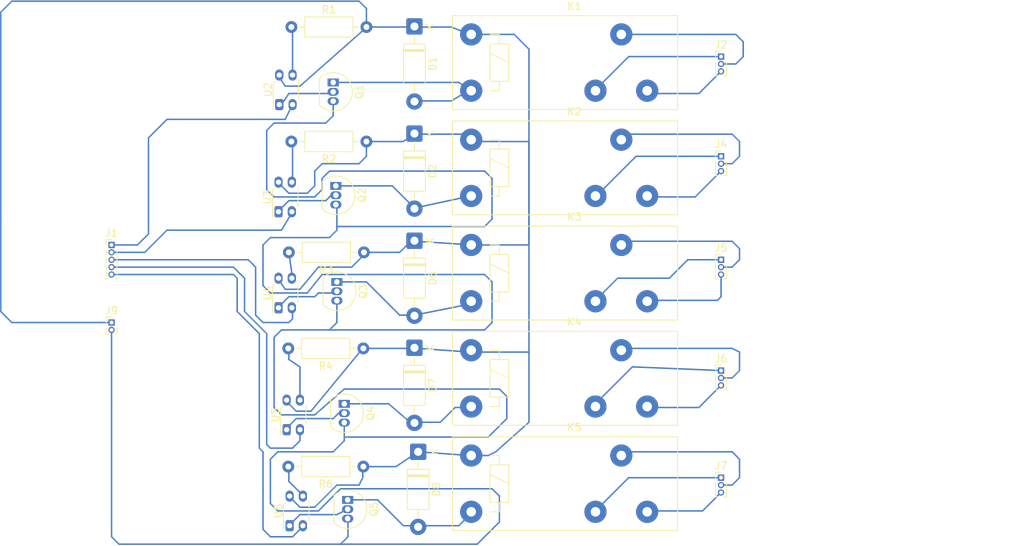
<source format=kicad_pcb>
(kicad_pcb (version 20241229) (generator "pcbnew") (generator_version "9.0")
  (layers (0 "F.Cu" signal) (2 "B.Cu" signal) (13 "F.Paste" user) (15 "B.Paste" user) (5 "F.SilkS" user "F.Silkscreen") (7 "B.SilkS" user "B.Silkscreen") (1 "F.Mask" user) (3 "B.Mask" user) (25 "Edge.Cuts" user))
  (net 0 "")
  (net 1 "VCC")
  (net 2 "Net-(D1-A)")
  (net 3 "Net-(D2-A)")
  (net 4 "Net-(D6-A)")
  (net 5 "Net-(D7-A)")
  (net 6 "Net-(D8-A)")
  (net 7 "Net-(J1-Pin_2)")
  (net 8 "Net-(J1-Pin_5)")
  (net 9 "Net-(J1-Pin_4)")
  (net 10 "Net-(J1-Pin_1)")
  (net 11 "Net-(J1-Pin_3)")
  (net 12 "Net-(J2-Pin_1)")
  (net 13 "Net-(J2-Pin_2)")
  (net 14 "Net-(J2-Pin_3)")
  (net 15 "Net-(J4-Pin_2)")
  (net 16 "Net-(J4-Pin_1)")
  (net 17 "Net-(J4-Pin_3)")
  (net 18 "Net-(J5-Pin_3)")
  (net 19 "Net-(J5-Pin_2)")
  (net 20 "Net-(J5-Pin_1)")
  (net 21 "Net-(J6-Pin_3)")
  (net 22 "Net-(J6-Pin_1)")
  (net 23 "Net-(J6-Pin_2)")
  (net 24 "Net-(J7-Pin_2)")
  (net 25 "Net-(J7-Pin_3)")
  (net 26 "Net-(J7-Pin_1)")
  (net 27 "GND")
  (net 28 "Net-(Q1-B)")
  (net 29 "Net-(Q2-B)")
  (net 30 "Net-(Q3-B)")
  (net 31 "Net-(Q4-B)")
  (net 32 "Net-(Q5-B)")
  (net 33 "Net-(U2-A)")
  (net 34 "Net-(U3-A)")
  (net 35 "Net-(U4-A)")
  (net 36 "Net-(U5-A)")
  (net 37 "Net-(U6-A)")
  (footprint "OptoDevice:Everlight_ITR8307F43" (layer "F.Cu") (at 91.6 84)
    (property "Reference" "U6" (at -1.5 -2 90) (layer "F.SilkS"))
    (property "Value" "GP2S700HCP")
    (pad "1" thru_hole roundrect (at 0 0) (size 1.1 1.5) (drill 0.7) (layers "*.Cu" "*.Mask") (roundrect_rratio 0.227) (net 32 "Net-(Q5-B)"))
    (pad "2" thru_hole oval (at 0 -4) (size 1.1 1.5) (drill 0.7) (layers "*.Cu" "*.Mask") (net 1 "VCC"))
    (pad "3" thru_hole oval (at 1.8 0) (size 1.1 1.5) (drill 0.7) (layers "*.Cu" "*.Mask") (net 8 "Net-(J1-Pin_5)"))
    (pad "4" thru_hole oval (at 1.8 -4) (size 1.1 1.5) (drill 0.7) (layers "*.Cu" "*.Mask") (net 37 "Net-(U6-A)"))
  )
  (footprint "Connector_PinHeader_1.00mm:PinHeader_1x02_P1.00mm_Vertical" (layer "F.Cu") (at 67.5 56.5)
    (property "Reference" "J9" (at 0 -1.61 0) (layer "F.SilkS"))
    (property "Value" "Conn_01x02_Pin")
    (pad "1" thru_hole rect (at 0 0) (size 0.85 0.85) (drill 0.5) (layers "*.Cu" "*.Mask") (net 1 "VCC"))
    (pad "2" thru_hole circle (at 0 1) (size 0.85 0.85) (drill 0.5) (layers "*.Cu" "*.Mask") (net 27 "GND"))
  )
  (footprint "Package_TO_SOT_THT:TO-92_Inline" (layer "F.Cu") (at 97.86 38 -90)
    (property "Reference" "Q2" (at 1.27 -3.56 90) (layer "F.SilkS"))
    (property "Value" "BC547")
    (pad "1" thru_hole rect (at 0 0 270) (size 1.05 1.5) (drill 0.75) (layers "*.Cu" "*.Mask") (net 5 "Net-(D7-A)"))
    (pad "2" thru_hole oval (at 1.27 0 270) (size 1.05 1.5) (drill 0.75) (layers "*.Cu" "*.Mask") (net 29 "Net-(Q2-B)"))
    (pad "3" thru_hole oval (at 2.54 0 270) (size 1.05 1.5) (drill 0.75) (layers "*.Cu" "*.Mask") (net 27 "GND"))
  )
  (footprint "Resistor_THT:R_Axial_DIN0207_L6.3mm_D2.5mm_P10.16mm_Horizontal" (layer "F.Cu") (at 101.58 76 180)
    (property "Reference" "R6" (at 5.08 -2.37 0) (layer "F.SilkS"))
    (property "Value" "R_Small_US")
    (pad "1" thru_hole circle (at 0 0 180) (size 1.6 1.6) (drill 0.8) (layers "*.Cu" "*.Mask") (net 1 "VCC"))
    (pad "2" thru_hole circle (at 10.16 0 180) (size 1.6 1.6) (drill 0.8) (layers "*.Cu" "*.Mask") (net 37 "Net-(U6-A)"))
  )
  (footprint "Relay_THT:Relay_SPDT_Schrack-RP-II-1-FormC_RM3.5mm" (layer "F.Cu") (at 116.18 31.75)
    (property "Reference" "K2" (at 13.97 -3.81 0) (layer "F.SilkS"))
    (property "Value" "Fujitsu_FTR-LYCA005x")
    (pad "11" thru_hole circle (at 20.32 0) (size 3 3) (drill 1.3) (layers "*.Cu" "*.Mask") (net 15 "Net-(J4-Pin_2)"))
    (pad "12" thru_hole circle (at 16.82 7.62) (size 3 3) (drill 1.3) (layers "*.Cu" "*.Mask") (net 16 "Net-(J4-Pin_1)"))
    (pad "14" thru_hole circle (at 23.82 7.62) (size 3 3) (drill 1.3) (layers "*.Cu" "*.Mask") (net 17 "Net-(J4-Pin_3)"))
    (pad "A1" thru_hole circle (at 0 0) (size 3 3) (drill 1.3) (layers "*.Cu" "*.Mask") (net 1 "VCC"))
    (pad "A2" thru_hole circle (at 0 7.62) (size 3 3) (drill 1.3) (layers "*.Cu" "*.Mask") (net 5 "Net-(D7-A)"))
  )
  (footprint "Connector_PinHeader_1.00mm:PinHeader_1x03_P1.00mm_Vertical" (layer "F.Cu") (at 150 34)
    (property "Reference" "J4" (at 0 -1.61 0) (layer "F.SilkS"))
    (property "Value" "Conn_01x03_Pin")
    (pad "1" thru_hole rect (at 0 0) (size 0.85 0.85) (drill 0.5) (layers "*.Cu" "*.Mask") (net 16 "Net-(J4-Pin_1)"))
    (pad "2" thru_hole circle (at 0 1) (size 0.85 0.85) (drill 0.5) (layers "*.Cu" "*.Mask") (net 15 "Net-(J4-Pin_2)"))
    (pad "3" thru_hole circle (at 0 2) (size 0.85 0.85) (drill 0.5) (layers "*.Cu" "*.Mask") (net 17 "Net-(J4-Pin_3)"))
  )
  (footprint "Diode_THT:D_DO-41_SOD81_P10.16mm_Horizontal" (layer "F.Cu") (at 109 74 -90)
    (property "Reference" "D8" (at 5.08 -2.47 90) (layer "F.SilkS"))
    (property "Value" "1N4001")
    (fp_text user "K" (at 0 -2.1 90) (layer "F.SilkS"))
    (pad "1" thru_hole roundrect (at 0 0 270) (size 2.2 2.2) (drill 1.1) (layers "*.Cu" "*.Mask") (roundrect_rratio 0.113636) (net 1 "VCC"))
    (pad "2" thru_hole circle (at 10.16 0 270) (size 2.2 2.2) (drill 1.1) (layers "*.Cu" "*.Mask") (net 6 "Net-(D8-A)"))
  )
  (footprint "Connector_PinHeader_1.00mm:PinHeader_1x03_P1.00mm_Vertical" (layer "F.Cu") (at 150 77.5)
    (property "Reference" "J7" (at 0 -1.61 0) (layer "F.SilkS"))
    (property "Value" "Conn_01x03_Pin")
    (pad "1" thru_hole rect (at 0 0) (size 0.85 0.85) (drill 0.5) (layers "*.Cu" "*.Mask") (net 26 "Net-(J7-Pin_1)"))
    (pad "2" thru_hole circle (at 0 1) (size 0.85 0.85) (drill 0.5) (layers "*.Cu" "*.Mask") (net 24 "Net-(J7-Pin_2)"))
    (pad "3" thru_hole circle (at 0 2) (size 0.85 0.85) (drill 0.5) (layers "*.Cu" "*.Mask") (net 25 "Net-(J7-Pin_3)"))
  )
  (footprint "OptoDevice:Everlight_ITR8307F43" (layer "F.Cu") (at 91.2 71)
    (property "Reference" "U5" (at -1.5 -2 90) (layer "F.SilkS"))
    (property "Value" "GP2S700HCP")
    (pad "1" thru_hole roundrect (at 0 0) (size 1.1 1.5) (drill 0.7) (layers "*.Cu" "*.Mask") (roundrect_rratio 0.227) (net 31 "Net-(Q4-B)"))
    (pad "2" thru_hole oval (at 0 -4) (size 1.1 1.5) (drill 0.7) (layers "*.Cu" "*.Mask") (net 1 "VCC"))
    (pad "3" thru_hole oval (at 1.8 0) (size 1.1 1.5) (drill 0.7) (layers "*.Cu" "*.Mask") (net 9 "Net-(J1-Pin_4)"))
    (pad "4" thru_hole oval (at 1.8 -4) (size 1.1 1.5) (drill 0.7) (layers "*.Cu" "*.Mask") (net 36 "Net-(U5-A)"))
  )
  (footprint "Package_TO_SOT_THT:TO-92_Inline" (layer "F.Cu") (at 97.5 24 -90)
    (property "Reference" "Q1" (at 1.27 -3.56 90) (layer "F.SilkS"))
    (property "Value" "BC547")
    (pad "1" thru_hole rect (at 0 0 270) (size 1.05 1.5) (drill 0.75) (layers "*.Cu" "*.Mask") (net 6 "Net-(D8-A)"))
    (pad "2" thru_hole oval (at 1.27 0 270) (size 1.05 1.5) (drill 0.75) (layers "*.Cu" "*.Mask") (net 28 "Net-(Q1-B)"))
    (pad "3" thru_hole oval (at 2.54 0 270) (size 1.05 1.5) (drill 0.75) (layers "*.Cu" "*.Mask") (net 27 "GND"))
  )
  (footprint "Resistor_THT:R_Axial_DIN0207_L6.3mm_D2.5mm_P10.16mm_Horizontal" (layer "F.Cu") (at 101.66 47 180)
    (property "Reference" "R3" (at 5.08 -2.37 0) (layer "F.SilkS"))
    (property "Value" "R_Small_US")
    (pad "1" thru_hole circle (at 0 0 180) (size 1.6 1.6) (drill 0.8) (layers "*.Cu" "*.Mask") (net 1 "VCC"))
    (pad "2" thru_hole circle (at 10.16 0 180) (size 1.6 1.6) (drill 0.8) (layers "*.Cu" "*.Mask") (net 35 "Net-(U4-A)"))
  )
  (footprint "Resistor_THT:R_Axial_DIN0207_L6.3mm_D2.5mm_P10.16mm_Horizontal" (layer "F.Cu") (at 101.58 60 180)
    (property "Reference" "R4" (at 5.08 -2.37 0) (layer "F.SilkS"))
    (property "Value" "R_Small_US")
    (pad "1" thru_hole circle (at 0 0 180) (size 1.6 1.6) (drill 0.8) (layers "*.Cu" "*.Mask") (net 1 "VCC"))
    (pad "2" thru_hole circle (at 10.16 0 180) (size 1.6 1.6) (drill 0.8) (layers "*.Cu" "*.Mask") (net 36 "Net-(U5-A)"))
  )
  (footprint "Relay_THT:Relay_SPDT_Schrack-RP-II-1-FormC_RM3.5mm" (layer "F.Cu") (at 116.18 46)
    (property "Reference" "K3" (at 13.97 -3.81 0) (layer "F.SilkS"))
    (property "Value" "Fujitsu_FTR-LYCA005x")
    (pad "11" thru_hole circle (at 20.32 0) (size 3 3) (drill 1.3) (layers "*.Cu" "*.Mask") (net 19 "Net-(J5-Pin_2)"))
    (pad "12" thru_hole circle (at 16.82 7.62) (size 3 3) (drill 1.3) (layers "*.Cu" "*.Mask") (net 20 "Net-(J5-Pin_1)"))
    (pad "14" thru_hole circle (at 23.82 7.62) (size 3 3) (drill 1.3) (layers "*.Cu" "*.Mask") (net 18 "Net-(J5-Pin_3)"))
    (pad "A1" thru_hole circle (at 0 0) (size 3 3) (drill 1.3) (layers "*.Cu" "*.Mask") (net 1 "VCC"))
    (pad "A2" thru_hole circle (at 0 7.62) (size 3 3) (drill 1.3) (layers "*.Cu" "*.Mask") (net 4 "Net-(D6-A)"))
  )
  (footprint "Resistor_THT:R_Axial_DIN0207_L6.3mm_D2.5mm_P10.16mm_Horizontal" (layer "F.Cu") (at 102 32 180)
    (property "Reference" "R2" (at 5.08 -2.37 0) (layer "F.SilkS"))
    (property "Value" "R_Small_US")
    (pad "1" thru_hole circle (at 0 0 180) (size 1.6 1.6) (drill 0.8) (layers "*.Cu" "*.Mask") (net 1 "VCC"))
    (pad "2" thru_hole circle (at 10.16 0 180) (size 1.6 1.6) (drill 0.8) (layers "*.Cu" "*.Mask") (net 34 "Net-(U3-A)"))
  )
  (footprint "Relay_THT:Relay_SPDT_Schrack-RP-II-1-FormC_RM3.5mm" (layer "F.Cu") (at 116.18 17.5)
    (property "Reference" "K1" (at 13.97 -3.81 0) (layer "F.SilkS"))
    (property "Value" "Fujitsu_FTR-LYCA005x")
    (pad "11" thru_hole circle (at 20.32 0) (size 3 3) (drill 1.3) (layers "*.Cu" "*.Mask") (net 13 "Net-(J2-Pin_2)"))
    (pad "12" thru_hole circle (at 16.82 7.62) (size 3 3) (drill 1.3) (layers "*.Cu" "*.Mask") (net 12 "Net-(J2-Pin_1)"))
    (pad "14" thru_hole circle (at 23.82 7.62) (size 3 3) (drill 1.3) (layers "*.Cu" "*.Mask") (net 14 "Net-(J2-Pin_3)"))
    (pad "A1" thru_hole circle (at 0 0) (size 3 3) (drill 1.3) (layers "*.Cu" "*.Mask") (net 1 "VCC"))
    (pad "A2" thru_hole circle (at 0 7.62) (size 3 3) (drill 1.3) (layers "*.Cu" "*.Mask") (net 6 "Net-(D8-A)"))
  )
  (footprint "Relay_THT:Relay_SPDT_Schrack-RP-II-1-FormC_RM3.5mm" (layer "F.Cu") (at 116.18 74.5)
    (property "Reference" "K5" (at 13.97 -3.81 0) (layer "F.SilkS"))
    (property "Value" "Fujitsu_FTR-LYCA005x")
    (pad "11" thru_hole circle (at 20.32 0) (size 3 3) (drill 1.3) (layers "*.Cu" "*.Mask") (net 24 "Net-(J7-Pin_2)"))
    (pad "12" thru_hole circle (at 16.82 7.62) (size 3 3) (drill 1.3) (layers "*.Cu" "*.Mask") (net 26 "Net-(J7-Pin_1)"))
    (pad "14" thru_hole circle (at 23.82 7.62) (size 3 3) (drill 1.3) (layers "*.Cu" "*.Mask") (net 25 "Net-(J7-Pin_3)"))
    (pad "A1" thru_hole circle (at 0 0) (size 3 3) (drill 1.3) (layers "*.Cu" "*.Mask") (net 1 "VCC"))
    (pad "A2" thru_hole circle (at 0 7.62) (size 3 3) (drill 1.3) (layers "*.Cu" "*.Mask") (net 2 "Net-(D1-A)"))
  )
  (footprint "Resistor_THT:R_Axial_DIN0207_L6.3mm_D2.5mm_P10.16mm_Horizontal" (layer "F.Cu") (at 91.84 16.5)
    (property "Reference" "R1" (at 5.08 -2.37 0) (layer "F.SilkS"))
    (property "Value" "R_Small_US")
    (pad "1" thru_hole circle (at 0 0) (size 1.6 1.6) (drill 0.8) (layers "*.Cu" "*.Mask") (net 33 "Net-(U2-A)"))
    (pad "2" thru_hole circle (at 10.16 0) (size 1.6 1.6) (drill 0.8) (layers "*.Cu" "*.Mask") (net 1 "VCC"))
  )
  (footprint "Package_TO_SOT_THT:TO-92_Inline" (layer "F.Cu") (at 98 51 -90)
    (property "Reference" "Q3" (at 1.27 -3.56 90) (layer "F.SilkS"))
    (property "Value" "BC547")
    (pad "1" thru_hole rect (at 0 0 270) (size 1.05 1.5) (drill 0.75) (layers "*.Cu" "*.Mask") (net 4 "Net-(D6-A)"))
    (pad "2" thru_hole oval (at 1.27 0 270) (size 1.05 1.5) (drill 0.75) (layers "*.Cu" "*.Mask") (net 30 "Net-(Q3-B)"))
    (pad "3" thru_hole oval (at 2.54 0 270) (size 1.05 1.5) (drill 0.75) (layers "*.Cu" "*.Mask") (net 27 "GND"))
  )
  (footprint "Connector_PinHeader_1.00mm:PinHeader_1x05_P1.00mm_Vertical" (layer "F.Cu") (at 67.5 46)
    (property "Reference" "J1" (at 0 -1.61 0) (layer "F.SilkS"))
    (property "Value" "Conn_01x05_Pin")
    (pad "1" thru_hole rect (at 0 0) (size 0.85 0.85) (drill 0.5) (layers "*.Cu" "*.Mask") (net 10 "Net-(J1-Pin_1)"))
    (pad "2" thru_hole circle (at 0 1) (size 0.85 0.85) (drill 0.5) (layers "*.Cu" "*.Mask") (net 7 "Net-(J1-Pin_2)"))
    (pad "3" thru_hole circle (at 0 2) (size 0.85 0.85) (drill 0.5) (layers "*.Cu" "*.Mask") (net 11 "Net-(J1-Pin_3)"))
    (pad "4" thru_hole circle (at 0 3) (size 0.85 0.85) (drill 0.5) (layers "*.Cu" "*.Mask") (net 9 "Net-(J1-Pin_4)"))
    (pad "5" thru_hole circle (at 0 4) (size 0.85 0.85) (drill 0.5) (layers "*.Cu" "*.Mask") (net 8 "Net-(J1-Pin_5)"))
  )
  (footprint "Diode_THT:D_DO-41_SOD81_P10.16mm_Horizontal" (layer "F.Cu") (at 108.5 59.92 -90)
    (property "Reference" "D7" (at 5.08 -2.47 90) (layer "F.SilkS"))
    (property "Value" "1N4001")
    (fp_text user "K" (at 0 -2.1 90) (layer "F.SilkS"))
    (pad "1" thru_hole roundrect (at 0 0 270) (size 2.2 2.2) (drill 1.1) (layers "*.Cu" "*.Mask") (roundrect_rratio 0.113636) (net 1 "VCC"))
    (pad "2" thru_hole circle (at 10.16 0 270) (size 2.2 2.2) (drill 1.1) (layers "*.Cu" "*.Mask") (net 5 "Net-(D7-A)"))
  )
  (footprint "Package_TO_SOT_THT:TO-92_Inline" (layer "F.Cu") (at 99.46 80.5 -90)
    (property "Reference" "Q5" (at 1.27 -3.56 90) (layer "F.SilkS"))
    (property "Value" "BC547")
    (pad "1" thru_hole rect (at 0 0 270) (size 1.05 1.5) (drill 0.75) (layers "*.Cu" "*.Mask") (net 2 "Net-(D1-A)"))
    (pad "2" thru_hole oval (at 1.27 0 270) (size 1.05 1.5) (drill 0.75) (layers "*.Cu" "*.Mask") (net 32 "Net-(Q5-B)"))
    (pad "3" thru_hole oval (at 2.54 0 270) (size 1.05 1.5) (drill 0.75) (layers "*.Cu" "*.Mask") (net 27 "GND"))
  )
  (footprint "Connector_PinHeader_1.00mm:PinHeader_1x03_P1.00mm_Vertical" (layer "F.Cu") (at 150 20.5)
    (property "Reference" "J2" (at 0 -1.61 0) (layer "F.SilkS"))
    (property "Value" "Conn_01x03_Pin")
    (pad "1" thru_hole rect (at 0 0) (size 0.85 0.85) (drill 0.5) (layers "*.Cu" "*.Mask") (net 12 "Net-(J2-Pin_1)"))
    (pad "2" thru_hole circle (at 0 1) (size 0.85 0.85) (drill 0.5) (layers "*.Cu" "*.Mask") (net 13 "Net-(J2-Pin_2)"))
    (pad "3" thru_hole circle (at 0 2) (size 0.85 0.85) (drill 0.5) (layers "*.Cu" "*.Mask") (net 14 "Net-(J2-Pin_3)"))
  )
  (footprint "Package_TO_SOT_THT:TO-92_Inline" (layer "F.Cu") (at 99 67.5 -90)
    (property "Reference" "Q4" (at 1.27 -3.56 90) (layer "F.SilkS"))
    (property "Value" "BC547")
    (pad "1" thru_hole rect (at 0 0 270) (size 1.05 1.5) (drill 0.75) (layers "*.Cu" "*.Mask") (net 3 "Net-(D2-A)"))
    (pad "2" thru_hole oval (at 1.27 0 270) (size 1.05 1.5) (drill 0.75) (layers "*.Cu" "*.Mask") (net 31 "Net-(Q4-B)"))
    (pad "3" thru_hole oval (at 2.54 0 270) (size 1.05 1.5) (drill 0.75) (layers "*.Cu" "*.Mask") (net 27 "GND"))
  )
  (footprint "Relay_THT:Relay_SPDT_Schrack-RP-II-1-FormC_RM3.5mm" (layer "F.Cu") (at 116.18 60.25)
    (property "Reference" "K4" (at 13.97 -3.81 0) (layer "F.SilkS"))
    (property "Value" "Fujitsu_FTR-LYCA005x")
    (pad "11" thru_hole circle (at 20.32 0) (size 3 3) (drill 1.3) (layers "*.Cu" "*.Mask") (net 23 "Net-(J6-Pin_2)"))
    (pad "12" thru_hole circle (at 16.82 7.62) (size 3 3) (drill 1.3) (layers "*.Cu" "*.Mask") (net 22 "Net-(J6-Pin_1)"))
    (pad "14" thru_hole circle (at 23.82 7.62) (size 3 3) (drill 1.3) (layers "*.Cu" "*.Mask") (net 21 "Net-(J6-Pin_3)"))
    (pad "A1" thru_hole circle (at 0 0) (size 3 3) (drill 1.3) (layers "*.Cu" "*.Mask") (net 1 "VCC"))
    (pad "A2" thru_hole circle (at 0 7.62) (size 3 3) (drill 1.3) (layers "*.Cu" "*.Mask") (net 3 "Net-(D2-A)"))
  )
  (footprint "OptoDevice:Everlight_ITR8307F43" (layer "F.Cu") (at 90.2 27)
    (property "Reference" "U2" (at -1.5 -2 90) (layer "F.SilkS"))
    (property "Value" "GP2S700HCP")
    (pad "1" thru_hole roundrect (at 0 0) (size 1.1 1.5) (drill 0.7) (layers "*.Cu" "*.Mask") (roundrect_rratio 0.227) (net 28 "Net-(Q1-B)"))
    (pad "2" thru_hole oval (at 0 -4) (size 1.1 1.5) (drill 0.7) (layers "*.Cu" "*.Mask") (net 1 "VCC"))
    (pad "3" thru_hole oval (at 1.8 0) (size 1.1 1.5) (drill 0.7) (layers "*.Cu" "*.Mask") (net 10 "Net-(J1-Pin_1)"))
    (pad "4" thru_hole oval (at 1.8 -4) (size 1.1 1.5) (drill 0.7) (layers "*.Cu" "*.Mask") (net 33 "Net-(U2-A)"))
  )
  (footprint "OptoDevice:Everlight_ITR8307F43" (layer "F.Cu") (at 90.1 41.5)
    (property "Reference" "U3" (at -1.5 -2 90) (layer "F.SilkS"))
    (property "Value" "GP2S700HCP")
    (pad "1" thru_hole roundrect (at 0 0) (size 1.1 1.5) (drill 0.7) (layers "*.Cu" "*.Mask") (roundrect_rratio 0.227) (net 29 "Net-(Q2-B)"))
    (pad "2" thru_hole oval (at 0 -4) (size 1.1 1.5) (drill 0.7) (layers "*.Cu" "*.Mask") (net 1 "VCC"))
    (pad "3" thru_hole oval (at 1.8 0) (size 1.1 1.5) (drill 0.7) (layers "*.Cu" "*.Mask") (net 7 "Net-(J1-Pin_2)"))
    (pad "4" thru_hole oval (at 1.8 -4) (size 1.1 1.5) (drill 0.7) (layers "*.Cu" "*.Mask") (net 34 "Net-(U3-A)"))
  )
  (footprint "Diode_THT:D_DO-41_SOD81_P10.16mm_Horizontal" (layer "F.Cu") (at 108.5 30.92 -90)
    (property "Reference" "D2" (at 5.08 -2.47 90) (layer "F.SilkS"))
    (property "Value" "1N4001")
    (fp_text user "K" (at 0 -2.1 90) (layer "F.SilkS"))
    (pad "1" thru_hole roundrect (at 0 0 270) (size 2.2 2.2) (drill 1.1) (layers "*.Cu" "*.Mask") (roundrect_rratio 0.113636) (net 1 "VCC"))
    (pad "2" thru_hole circle (at 10.16 0 270) (size 2.2 2.2) (drill 1.1) (layers "*.Cu" "*.Mask") (net 3 "Net-(D2-A)"))
  )
  (footprint "Connector_PinHeader_1.00mm:PinHeader_1x03_P1.00mm_Vertical" (layer "F.Cu") (at 150 48)
    (property "Reference" "J5" (at 0 -1.61 0) (layer "F.SilkS"))
    (property "Value" "Conn_01x03_Pin")
    (pad "1" thru_hole rect (at 0 0) (size 0.85 0.85) (drill 0.5) (layers "*.Cu" "*.Mask") (net 20 "Net-(J5-Pin_1)"))
    (pad "2" thru_hole circle (at 0 1) (size 0.85 0.85) (drill 0.5) (layers "*.Cu" "*.Mask") (net 19 "Net-(J5-Pin_2)"))
    (pad "3" thru_hole circle (at 0 2) (size 0.85 0.85) (drill 0.5) (layers "*.Cu" "*.Mask") (net 18 "Net-(J5-Pin_3)"))
  )
  (footprint "Diode_THT:D_DO-41_SOD81_P10.16mm_Horizontal" (layer "F.Cu") (at 108.5 45.42 -90)
    (property "Reference" "D6" (at 5.08 -2.47 90) (layer "F.SilkS"))
    (property "Value" "1N4001")
    (fp_text user "K" (at 0 -2.1 90) (layer "F.SilkS"))
    (pad "1" thru_hole roundrect (at 0 0 270) (size 2.2 2.2) (drill 1.1) (layers "*.Cu" "*.Mask") (roundrect_rratio 0.113636) (net 1 "VCC"))
    (pad "2" thru_hole circle (at 10.16 0 270) (size 2.2 2.2) (drill 1.1) (layers "*.Cu" "*.Mask") (net 4 "Net-(D6-A)"))
  )
  (footprint "Connector_PinHeader_1.00mm:PinHeader_1x03_P1.00mm_Vertical" (layer "F.Cu") (at 150 63)
    (property "Reference" "J6" (at 0 -1.61 0) (layer "F.SilkS"))
    (property "Value" "Conn_01x03_Pin")
    (pad "1" thru_hole rect (at 0 0) (size 0.85 0.85) (drill 0.5) (layers "*.Cu" "*.Mask") (net 22 "Net-(J6-Pin_1)"))
    (pad "2" thru_hole circle (at 0 1) (size 0.85 0.85) (drill 0.5) (layers "*.Cu" "*.Mask") (net 23 "Net-(J6-Pin_2)"))
    (pad "3" thru_hole circle (at 0 2) (size 0.85 0.85) (drill 0.5) (layers "*.Cu" "*.Mask") (net 21 "Net-(J6-Pin_3)"))
  )
  (footprint "Diode_THT:D_DO-41_SOD81_P10.16mm_Horizontal" (layer "F.Cu") (at 108.5 16.42 -90)
    (property "Reference" "D1" (at 5.08 -2.47 90) (layer "F.SilkS"))
    (property "Value" "1N4001")
    (fp_text user "K" (at 0 -2.1 90) (layer "F.SilkS"))
    (pad "1" thru_hole roundrect (at 0 0 270) (size 2.2 2.2) (drill 1.1) (layers "*.Cu" "*.Mask") (roundrect_rratio 0.113636) (net 1 "VCC"))
    (pad "2" thru_hole circle (at 10.16 0 270) (size 2.2 2.2) (drill 1.1) (layers "*.Cu" "*.Mask") (net 2 "Net-(D1-A)"))
  )
  (footprint "OptoDevice:Everlight_ITR8307F43" (layer "F.Cu") (at 90.1 54.5)
    (property "Reference" "U4" (at -1.5 -2 90) (layer "F.SilkS"))
    (property "Value" "GP2S700HCP")
    (pad "1" thru_hole roundrect (at 0 0) (size 1.1 1.5) (drill 0.7) (layers "*.Cu" "*.Mask") (roundrect_rratio 0.227) (net 30 "Net-(Q3-B)"))
    (pad "2" thru_hole oval (at 0 -4) (size 1.1 1.5) (drill 0.7) (layers "*.Cu" "*.Mask") (net 1 "VCC"))
    (pad "3" thru_hole oval (at 1.8 0) (size 1.1 1.5) (drill 0.7) (layers "*.Cu" "*.Mask") (net 11 "Net-(J1-Pin_3)"))
    (pad "4" thru_hole oval (at 1.8 -4) (size 1.1 1.5) (drill 0.7) (layers "*.Cu" "*.Mask") (net 35 "Net-(U4-A)"))
  )
  (gr_line (start 120 80) (end 119 79) (stroke (width 0.2)) (layer "B.Cu") (net 27))
  (gr_line (start 101.5 77.5) (end 101.5 76) (stroke (width 0.2)) (layer "B.Cu") (net 1))
  (gr_line (start 95 81.5) (end 98 78.5) (stroke (width 0.2)) (layer "B.Cu") (net 1))
  (gr_line (start 92 82) (end 95.5 82) (stroke (width 0.2)) (layer "B.Cu") (net 27))
  (gr_line (start 119 42.5) (end 119 37) (stroke (width 0.2)) (layer "B.Cu") (net 27))
  (gr_line (start 52.5 14.5) (end 52.5 42.5) (stroke (width 0.2)) (layer "B.Cu") (net 1))
  (gr_line (start 124 19.5) (end 122 17.5) (stroke (width 0.2)) (layer "B.Cu") (net 1))
  (gr_line (start 88 51.5) (end 88 46) (stroke (width 0.2)) (layer "B.Cu") (net 27))
  (gr_line (start 153 20.5) (end 153 18.5) (stroke (width 0.2)) (layer "B.Cu") (net 13))
  (gr_line (start 67.5 49) (end 84 49) (stroke (width 0.2)) (layer "B.Cu") (net 9))
  (gr_line (start 119 56.5) (end 119 51) (stroke (width 0.2)) (layer "B.Cu") (net 27))
  (gr_line (start 116 60.5) (end 124 60.5) (stroke (width 0.2)) (layer "B.Cu") (net 1))
  (gr_line (start 152.5 32) (end 151.5 31) (stroke (width 0.2)) (layer "B.Cu") (net 15))
  (gr_line (start 102.5 32) (end 107 32) (stroke (width 0.2)) (layer "B.Cu") (net 1))
  (gr_line (start 113.5 72) (end 118.5 72) (stroke (width 0.2)) (layer "B.Cu") (net 27))
  (gr_line (start 90 54.5) (end 91.5 53) (stroke (width 0.2)) (layer "B.Cu") (net 30))
  (gr_line (start 102 51) (end 106.5 55.5) (stroke (width 0.2)) (layer "B.Cu") (net 4))
  (gr_line (start 105.5 38) (end 98 38) (stroke (width 0.2)) (layer "B.Cu"))
  (gr_line (start 101 78.5) (end 101.5 77.5) (stroke (width 0.2)) (layer "B.Cu") (net 1))
  (gr_line (start 94.5 68.5) (end 101.5 60) (stroke (width 0.2)) (layer "B.Cu") (net 1))
  (gr_line (start 150 50) (end 150 53) (stroke (width 0.2)) (layer "B.Cu") (net 18))
  (gr_line (start 116.5 46) (end 124 46) (stroke (width 0.2)) (layer "B.Cu") (net 1))
  (gr_line (start 95.5 52.5) (end 98 52.5) (stroke (width 0.2)) (layer "B.Cu") (net 30))
  (gr_line (start 150 78.5) (end 151.5 78.5) (stroke (width 0.2)) (layer "B.Cu") (net 24))
  (gr_line (start 96 50) (end 94 52.5) (stroke (width 0.2)) (layer "B.Cu") (net 27))
  (gr_line (start 90 82) (end 92 82) (stroke (width 0.2)) (layer "B.Cu") (net 27))
  (gr_line (start 90 50.5) (end 91 52) (stroke (width 0.2)) (layer "B.Cu") (net 1))
  (gr_line (start 150 64) (end 151.5 64) (stroke (width 0.2)) (layer "B.Cu") (net 23))
  (gr_line (start 137.5 20.5) (end 150 20.5) (stroke (width 0.2)) (layer "B.Cu") (net 12))
  (gr_line (start 67.5 56.5) (end 57 56.5) (stroke (width 0.2)) (layer "B.Cu") (net 1))
  (gr_line (start 91.5 84) (end 93 82.5) (stroke (width 0.2)) (layer "B.Cu") (net 32))
  (gr_line (start 54 13) (end 52.5 14.5) (stroke (width 0.2)) (layer "B.Cu") (net 1))
  (gr_line (start 90.5 27) (end 91.5 25.5) (stroke (width 0.2)) (layer "B.Cu") (net 28))
  (gr_line (start 117 86.5) (end 120 83.5) (stroke (width 0.2)) (layer "B.Cu") (net 27))
  (gr_line (start 113.5 26.5) (end 116 25) (stroke (width 0.2)) (layer "B.Cu"))
  (gr_line (start 89.5 68) (end 89.5 58.5) (stroke (width 0.2)) (layer "B.Cu") (net 27))
  (gr_line (start 99 72) (end 113.5 72) (stroke (width 0.2)) (layer "B.Cu") (net 27))
  (gr_line (start 93 24.5) (end 101.5 17) (stroke (width 0.2)) (layer "B.Cu") (net 1))
  (gr_line (start 151.5 78.5) (end 152.5 77.5) (stroke (width 0.2)) (layer "B.Cu") (net 24))
  (gr_line (start 116 25) (end 114.5 24) (stroke (width 0.2)) (layer "B.Cu"))
  (gr_line (start 124 70) (end 119.5 74) (stroke (width 0.2)) (layer "B.Cu") (net 1))
  (gr_line (start 151.5 74) (end 136.5 74) (stroke (width 0.2)) (layer "B.Cu") (net 24))
  (gr_line (start 91.5 56.5) (end 88 56.5) (stroke (width 0.2)) (layer "B.Cu") (net 11))
  (gr_line (start 75 44) (end 90.5 44) (stroke (width 0.2)) (layer "B.Cu") (net 7))
  (gr_line (start 118 50) (end 96 50) (stroke (width 0.2)) (layer "B.Cu") (net 27))
  (gr_line (start 94 39) (end 95 38) (stroke (width 0.2)) (layer "B.Cu") (net 1))
  (gr_line (start 88 74) (end 87.5 73.5) (stroke (width 0.2)) (layer "B.Cu") (net 8))
  (gr_line (start 93 82.5) (end 98 82.5) (stroke (width 0.2)) (layer "B.Cu") (net 32))
  (gr_line (start 105 67.5) (end 108.5 70.5) (stroke (width 0.2)) (layer "B.Cu"))
  (gr_line (start 108.5 41) (end 115.5 39.5) (stroke (width 0.2)) (layer "B.Cu"))
  (gr_line (start 133 25) (end 137.5 20.5) (stroke (width 0.2)) (layer "B.Cu") (net 12))
  (gr_line (start 151.5 60) (end 136 60) (stroke (width 0.2)) (layer "B.Cu") (net 23))
  (gr_line (start 84 50) (end 67.5 50) (stroke (width 0.2)) (layer "B.Cu") (net 8))
  (gr_line (start 143 50.5) (end 145.5 48) (stroke (width 0.2)) (layer "B.Cu") (net 20))
  (gr_line (start 102 14) (end 101 13) (stroke (width 0.2)) (layer "B.Cu") (net 1))
  (gr_line (start 72 47) (end 75 44) (stroke (width 0.2)) (layer "B.Cu") (net 7))
  (gr_line (start 147 68) (end 140 68) (stroke (width 0.2)) (layer "B.Cu") (net 21))
  (gr_line (start 150 35) (end 151.5 35) (stroke (width 0.2)) (layer "B.Cu") (net 15))
  (gr_line (start 89 73.5) (end 88.5 73) (stroke (width 0.2)) (layer "B.Cu") (net 9))
  (gr_line (start 89 45) (end 97 45) (stroke (width 0.2)) (layer "B.Cu") (net 27))
  (gr_line (start 95 53) (end 95.5 52.5) (stroke (width 0.2)) (layer "B.Cu") (net 30))
  (gr_line (start 146.5 39.5) (end 140 39.5) (stroke (width 0.2)) (layer "B.Cu") (net 17))
  (gr_line (start 119 79) (end 98.5 79) (stroke (width 0.2)) (layer "B.Cu") (net 27))
  (gr_line (start 89 77.5) (end 89 81) (stroke (width 0.2)) (layer "B.Cu") (net 27))
  (gr_line (start 102 34) (end 102 32.5) (stroke (width 0.2)) (layer "B.Cu") (net 1))
  (gr_line (start 90.5 44) (end 92 41.5) (stroke (width 0.2)) (layer "B.Cu") (net 7))
  (gr_line (start 92.5 68.5) (end 94.5 68.5) (stroke (width 0.2)) (layer "B.Cu") (net 1))
  (gr_line (start 151.5 35) (end 152.5 34) (stroke (width 0.2)) (layer "B.Cu") (net 15))
  (gr_line (start 150 53) (end 149.5 53.5) (stroke (width 0.2)) (layer "B.Cu") (net 18))
  (gr_line (start 113.5 16.5) (end 116 17.5) (stroke (width 0.2)) (layer "B.Cu") (net 1))
  (gr_line (start 99.5 80.5) (end 103.5 80.5) (stroke (width 0.2)) (layer "B.Cu") (net 2))
  (gr_line (start 97 24) (end 105 24) (stroke (width 0.2)) (layer "B.Cu") (net 6))
  (gr_line (start 84 49) (end 85.5 50.5) (stroke (width 0.2)) (layer "B.Cu") (net 9))
  (gr_line (start 109 60) (end 116 60.5) (stroke (width 0.2)) (layer "B.Cu") (net 1))
  (gr_line (start 91.5 80) (end 93 81.5) (stroke (width 0.2)) (layer "B.Cu") (net 1))
  (gr_line (start 93 52) (end 95.5 49) (stroke (width 0.2)) (layer "B.Cu") (net 1))
  (gr_line (start 52.5 42.5) (end 52.5 54.5) (stroke (width 0.2)) (layer "B.Cu") (net 1))
  (gr_line (start 67.5 57.5) (end 67.5 67.5) (stroke (width 0.2)) (layer "B.Cu") (net 27))
  (gr_line (start 89 52.5) (end 88 51.5) (stroke (width 0.2)) (layer "B.Cu") (net 27))
  (gr_line (start 91 52) (end 93 52) (stroke (width 0.2)) (layer "B.Cu") (net 1))
  (gr_line (start 150 36) (end 146.5 39.5) (stroke (width 0.2)) (layer "B.Cu") (net 17))
  (gr_line (start 124 46) (end 124 19.5) (stroke (width 0.2)) (layer "B.Cu") (net 1))
  (gr_line (start 90.5 69) (end 89.5 68) (stroke (width 0.2)) (layer "B.Cu") (net 27))
  (gr_line (start 95 39.5) (end 89.5 39.5) (stroke (width 0.2)) (layer "B.Cu") (net 27))
  (gr_line (start 152 17.5) (end 137.5 17.5) (stroke (width 0.2)) (layer "B.Cu") (net 13))
  (gr_line (start 95.5 49) (end 100 49) (stroke (width 0.2)) (layer "B.Cu") (net 1))
  (gr_line (start 84.5 55) (end 84.5 50.5) (stroke (width 0.2)) (layer "B.Cu") (net 8))
  (gr_line (start 99 72.5) (end 97.5 74) (stroke (width 0.2)) (layer "B.Cu") (net 27))
  (gr_line (start 87 55.5) (end 87 49) (stroke (width 0.2)) (layer "B.Cu") (net 11))
  (gr_line (start 118 36) (end 97 36) (stroke (width 0.2)) (layer "B.Cu") (net 27))
  (gr_line (start 67.5 46) (end 71 46) (stroke (width 0.2)) (layer "B.Cu") (net 10))
  (gr_line (start 115 31) (end 108.5 31) (stroke (width 0.2)) (layer "B.Cu") (net 1))
  (gr_line (start 152.5 77.5) (end 152.5 75) (stroke (width 0.2)) (layer "B.Cu") (net 24))
  (gr_line (start 72.5 31.5) (end 75 29) (stroke (width 0.2)) (layer "B.Cu") (net 10))
  (gr_line (start 98 82.5) (end 99 82) (stroke (width 0.2)) (layer "B.Cu") (net 32))
  (gr_line (start 150 22.5) (end 147 25.5) (stroke (width 0.2)) (layer "B.Cu") (net 14))
  (gr_line (start 91 29) (end 92 27) (stroke (width 0.2)) (layer "B.Cu") (net 10))
  (gr_line (start 98.5 79) (end 95.5 82) (stroke (width 0.2)) (layer "B.Cu") (net 27))
  (gr_line (start 147 25.5) (end 140 25.5) (stroke (width 0.2)) (layer "B.Cu") (net 14))
  (gr_line (start 96 35) (end 100.5 35) (stroke (width 0.2)) (layer "B.Cu") (net 1))
  (gr_line (start 107 84) (end 108.5 84) (stroke (width 0.2)) (layer "B.Cu"))
  (gr_line (start 90 74) (end 89 75) (stroke (width 0.2)) (layer "B.Cu") (net 27))
  (gr_line (start 95 38) (end 95 36) (stroke (width 0.2)) (layer "B.Cu") (net 1))
  (gr_line (start 93 62.5) (end 91.5 61.5) (stroke (width 0.2)) (layer "B.Cu") (net 36))
  (gr_line (start 52.5 55) (end 54 56.5) (stroke (width 0.2)) (layer "B.Cu") (net 1))
  (gr_line (start 95 36) (end 96 35) (stroke (width 0.2)) (layer "B.Cu") (net 1))
  (gr_line (start 106.5 55.5) (end 108.5 55.5) (stroke (width 0.2)) (layer "B.Cu") (net 4))
  (gr_line (start 138.5 34) (end 150 34) (stroke (width 0.2)) (layer "B.Cu") (net 16))
  (gr_line (start 101 35) (end 102 34) (stroke (width 0.2)) (layer "B.Cu") (net 1))
  (gr_line (start 151.5 64) (end 152.5 63) (stroke (width 0.2)) (layer "B.Cu") (net 23))
  (gr_line (start 92 23) (end 92 17) (stroke (width 0.2)) (layer "B.Cu") (net 33))
  (gr_line (start 103.5 80.5) (end 107 84) (stroke (width 0.2)) (layer "B.Cu") (net 2))
  (gr_line (start 133 53.5) (end 136 50.5) (stroke (width 0.2)) (layer "B.Cu") (net 20))
  (gr_line (start 52.5 54.5) (end 52.5 55) (stroke (width 0.2)) (layer "B.Cu") (net 1))
  (gr_line (start 94 52.5) (end 89 52.5) (stroke (width 0.2)) (layer "B.Cu") (net 27))
  (gr_line (start 119.5 74) (end 118.5 74.5) (stroke (width 0.2)) (layer "B.Cu") (net 1))
  (gr_line (start 98 51) (end 102 51) (stroke (width 0.2)) (layer "B.Cu") (net 4))
  (gr_line (start 92 54.5) (end 92 56) (stroke (width 0.2)) (layer "B.Cu") (net 11))
  (gr_line (start 124 60.5) (end 124 70) (stroke (width 0.2)) (layer "B.Cu") (net 1))
  (gr_line (start 105.5 76) (end 106 76) (stroke (width 0.2)) (layer "B.Cu") (net 1))
  (gr_line (start 121 69.5) (end 121 66.5) (stroke (width 0.2)) (layer "B.Cu") (net 27))
  (gr_line (start 119 51) (end 118 50) (stroke (width 0.2)) (layer "B.Cu") (net 27))
  (gr_line (start 91 67) (end 92.5 68.5) (stroke (width 0.2)) (layer "B.Cu") (net 1))
  (gr_line (start 93 81.5) (end 95 81.5) (stroke (width 0.2)) (layer "B.Cu") (net 1))
  (gr_line (start 86 48) (end 67.5 48) (stroke (width 0.2)) (layer "B.Cu") (net 11))
  (gr_line (start 108.5 70) (end 112 70) (stroke (width 0.2)) (layer "B.Cu") (net 5))
  (gr_line (start 101.5 47) (end 106.5 47) (stroke (width 0.2)) (layer "B.Cu") (net 1))
  (gr_line (start 108.5 26.5) (end 113.5 26.5) (stroke (width 0.2)) (layer "B.Cu") (net 2))
  (gr_line (start 91.5 76) (end 91.5 78) (stroke (width 0.2)) (layer "B.Cu") (net 37))
  (gr_line (start 89 81) (end 90 82) (stroke (width 0.2)) (layer "B.Cu") (net 27))
  (gr_line (start 97 36) (end 96 37) (stroke (width 0.2)) (layer "B.Cu") (net 27))
  (gr_line (start 88 56.5) (end 87 55.5) (stroke (width 0.2)) (layer "B.Cu") (net 11))
  (gr_line (start 149.5 53.5) (end 140 53.5) (stroke (width 0.2)) (layer "B.Cu") (net 18))
  (gr_line (start 99.5 85.5) (end 99.5 83) (stroke (width 0.2)) (layer "B.Cu") (net 27))
  (gr_line (start 114.5 84) (end 116 82.5) (stroke (width 0.2)) (layer "B.Cu"))
  (gr_line (start 97.5 69.5) (end 98.5 68.5) (stroke (width 0.2)) (layer "B.Cu") (net 31))
  (gr_line (start 88 84.5) (end 88 79) (stroke (width 0.2)) (layer "B.Cu") (net 8))
  (gr_line (start 54 56.5) (end 57 56.5) (stroke (width 0.2)) (layer "B.Cu") (net 1))
  (gr_line (start 87 49) (end 86 48) (stroke (width 0.2)) (layer "B.Cu") (net 11))
  (gr_line (start 101.5 76) (end 105.5 76) (stroke (width 0.2)) (layer "B.Cu") (net 1))
  (gr_line (start 137.5 77.5) (end 150 77.5) (stroke (width 0.2)) (layer "B.Cu") (net 26))
  (gr_line (start 87.5 73.5) (end 87.5 58) (stroke (width 0.2)) (layer "B.Cu") (net 8))
  (gr_line (start 150 21.5) (end 152 21.5) (stroke (width 0.2)) (layer "B.Cu") (net 13))
  (gr_line (start 152.5 34) (end 152.5 32) (stroke (width 0.2)) (layer "B.Cu") (net 15))
  (gr_line (start 101.5 60) (end 108.5 60) (stroke (width 0.2)) (layer "B.Cu") (net 1))
  (gr_line (start 93.5 84) (end 92 85.5) (stroke (width 0.2)) (layer "B.Cu") (net 8))
  (gr_line (start 97 57.5) (end 118 57.5) (stroke (width 0.2)) (layer "B.Cu") (net 27))
  (gr_line (start 112 70) (end 114 68) (stroke (width 0.2)) (layer "B.Cu") (net 5))
  (gr_line (start 106.5 47) (end 108 45.5) (stroke (width 0.2)) (layer "B.Cu") (net 1))
  (gr_line (start 88.5 73) (end 88.5 67.5) (stroke (width 0.2)) (layer "B.Cu") (net 9))
  (gr_line (start 98 78.5) (end 101 78.5) (stroke (width 0.2)) (layer "B.Cu") (net 1))
  (gr_line (start 67.5 47) (end 72 47) (stroke (width 0.2)) (layer "B.Cu") (net 7))
  (gr_line (start 91.5 25.5) (end 97 25.5) (stroke (width 0.2)) (layer "B.Cu") (net 28))
  (gr_line (start 91.5 39) (end 94 39) (stroke (width 0.2)) (layer "B.Cu") (net 1))
  (gr_line (start 91.5 40) (end 95.5 40) (stroke (width 0.2)) (layer "B.Cu") (net 29))
  (gr_line (start 90 41.5) (end 91 40.5) (stroke (width 0.2)) (layer "B.Cu") (net 29))
  (gr_line (start 97 57.5) (end 98 56.5) (stroke (width 0.2)) (layer "B.Cu") (net 27))
  (gr_line (start 96 38.5) (end 95 39.5) (stroke (width 0.2)) (layer "B.Cu") (net 27))
  (gr_line (start 88.5 58) (end 85.5 55) (stroke (width 0.2)) (layer "B.Cu") (net 9))
  (gr_line (start 150 49) (end 151.5 49) (stroke (width 0.2)) (layer "B.Cu") (net 19))
  (gr_line (start 92 32) (end 92 37.5) (stroke (width 0.2)) (layer "B.Cu") (net 34))
  (gr_line (start 118.5 72) (end 121 69.5) (stroke (width 0.2)) (layer "B.Cu") (net 27))
  (gr_line (start 152.5 63) (end 152.5 60.5) (stroke (width 0.2)) (layer "B.Cu") (net 23))
  (gr_line (start 89 85.5) (end 88 84.5) (stroke (width 0.2)) (layer "B.Cu") (net 8))
  (gr_line (start 150 65) (end 147 68) (stroke (width 0.2)) (layer "B.Cu") (net 21))
  (gr_line (start 152.5 46.5) (end 151.5 45.5) (stroke (width 0.2)) (layer "B.Cu") (net 19))
  (gr_line (start 91 71) (end 92.5 69.5) (stroke (width 0.2)) (layer "B.Cu") (net 31))
  (gr_line (start 140 82) (end 147 82) (stroke (width 0.2)) (layer "B.Cu") (net 25))
  (gr_line (start 84.5 50.5) (end 84 50) (stroke (width 0.2)) (layer "B.Cu") (net 8))
  (gr_line (start 114.5 24) (end 105 24) (stroke (width 0.2)) (layer "B.Cu"))
  (gr_line (start 91 40.5) (end 91.5 40) (stroke (width 0.2)) (layer "B.Cu") (net 29))
  (gr_line (start 109 74) (end 116 74.5) (stroke (width 0.2)) (layer "B.Cu") (net 1))
  (gr_line (start 91.5 53) (end 95 53) (stroke (width 0.2)) (layer "B.Cu") (net 30))
  (gr_line (start 136 50.5) (end 143 50.5) (stroke (width 0.2)) (layer "B.Cu") (net 20))
  (gr_line (start 97.5 28.5) (end 97.5 26.5) (stroke (width 0.2)) (layer "B.Cu") (net 27))
  (gr_line (start 153 18.5) (end 152 17.5) (stroke (width 0.2)) (layer "B.Cu") (net 13))
  (gr_line (start 121 66.5) (end 120 65.5) (stroke (width 0.2)) (layer "B.Cu") (net 27))
  (gr_line (start 108.5 41) (end 105.5 38) (stroke (width 0.2)) (layer "B.Cu"))
  (gr_line (start 93 71) (end 93 72.5) (stroke (width 0.2)) (layer "B.Cu") (net 9))
  (gr_line (start 67.5 85.5) (end 68.5 86.5) (stroke (width 0.2)) (layer "B.Cu") (net 27))
  (gr_line (start 122 17.5) (end 116 17.5) (stroke (width 0.2)) (layer "B.Cu") (net 1))
  (gr_line (start 96.5 29.5) (end 97.5 28.5) (stroke (width 0.2)) (layer "B.Cu") (net 27))
  (gr_line (start 118 57.5) (end 119 56.5) (stroke (width 0.2)) (layer "B.Cu") (net 27))
  (gr_line (start 91.5 78) (end 93.5 80) (stroke (width 0.2)) (layer "B.Cu") (net 37))
  (gr_line (start 108.5 45.5) (end 116.5 46) (stroke (width 0.2)) (layer "B.Cu") (net 1))
  (gr_line (start 100.5 35) (end 101 35) (stroke (width 0.2)) (layer "B.Cu") (net 1))
  (gr_line (start 92 73.5) (end 89 73.5) (stroke (width 0.2)) (layer "B.Cu") (net 9))
  (gr_line (start 93 67) (end 93 62.5) (stroke (width 0.2)) (layer "B.Cu") (net 36))
  (gr_line (start 88 79) (end 88 74) (stroke (width 0.2)) (layer "B.Cu") (net 8))
  (gr_line (start 98.5 86.5) (end 117 86.5) (stroke (width 0.2)) (layer "B.Cu") (net 27))
  (gr_line (start 90.5 57.5) (end 97 57.5) (stroke (width 0.2)) (layer "B.Cu") (net 27))
  (gr_line (start 101 13) (end 54 13) (stroke (width 0.2)) (layer "B.Cu") (net 1))
  (gr_line (start 145.5 48) (end 150 48) (stroke (width 0.2)) (layer "B.Cu") (net 20))
  (gr_line (start 97 45) (end 98 44) (stroke (width 0.2)) (layer "B.Cu") (net 27))
  (gr_line (start 92 85.5) (end 89 85.5) (stroke (width 0.2)) (layer "B.Cu") (net 8))
  (gr_line (start 120 65.5) (end 99 65.5) (stroke (width 0.2)) (layer "B.Cu") (net 27))
  (gr_line (start 99 70.5) (end 99 72.5) (stroke (width 0.2)) (layer "B.Cu") (net 27))
  (gr_line (start 98 56.5) (end 98 53.5) (stroke (width 0.2)) (layer "B.Cu") (net 27))
  (gr_line (start 89.5 39.5) (end 88.5 38.5) (stroke (width 0.2)) (layer "B.Cu") (net 27))
  (gr_line (start 99 67.5) (end 105 67.5) (stroke (width 0.2)) (layer "B.Cu") (net 3))
  (gr_line (start 151.5 45.5) (end 137 45.5) (stroke (width 0.2)) (layer "B.Cu") (net 19))
  (gr_line (start 114 68) (end 116 68) (stroke (width 0.2)) (layer "B.Cu"))
  (gr_line (start 93 72.5) (end 92 73.5) (stroke (width 0.2)) (layer "B.Cu") (net 9))
  (gr_line (start 133 39.5) (end 138.5 34) (stroke (width 0.2)) (layer "B.Cu") (net 16))
  (gr_line (start 88.5 30.5) (end 89.5 29.5) (stroke (width 0.2)) (layer "B.Cu") (net 27))
  (gr_line (start 98 43.5) (end 118 43.5) (stroke (width 0.2)) (layer "B.Cu") (net 27))
  (gr_line (start 75 29) (end 91 29) (stroke (width 0.2)) (layer "B.Cu") (net 10))
  (gr_line (start 91.5 61.5) (end 91.5 60) (stroke (width 0.2)) (layer "B.Cu") (net 36))
  (gr_line (start 71 46) (end 72.5 44.5) (stroke (width 0.2)) (layer "B.Cu") (net 10))
  (gr_line (start 102 16.5) (end 102 14) (stroke (width 0.2)) (layer "B.Cu") (net 1))
  (gr_line (start 90 37.5) (end 91.5 39) (stroke (width 0.2)) (layer "B.Cu") (net 1))
  (gr_line (start 97.5 74) (end 90 74) (stroke (width 0.2)) (layer "B.Cu") (net 27))
  (gr_line (start 98 44) (end 98 41) (stroke (width 0.2)) (layer "B.Cu") (net 27))
  (gr_line (start 151.5 31) (end 136.5 31) (stroke (width 0.2)) (layer "B.Cu") (net 15))
  (gr_line (start 152.5 75) (end 151.5 74) (stroke (width 0.2)) (layer "B.Cu") (net 24))
  (gr_line (start 88.5 38.5) (end 88.5 30.5) (stroke (width 0.2)) (layer "B.Cu") (net 27))
  (gr_line (start 72.5 44.5) (end 72.5 31.5) (stroke (width 0.2)) (layer "B.Cu") (net 10))
  (gr_line (start 151.5 49) (end 152.5 48) (stroke (width 0.2)) (layer "B.Cu") (net 19))
  (gr_line (start 108.5 16.5) (end 102 16.5) (stroke (width 0.2)) (layer "B.Cu") (net 1))
  (gr_line (start 99 65.5) (end 95 69) (stroke (width 0.2)) (layer "B.Cu") (net 27))
  (gr_line (start 67.5 67.5) (end 67.5 85.5) (stroke (width 0.2)) (layer "B.Cu") (net 27))
  (gr_line (start 116 32) (end 115 31) (stroke (width 0.2)) (layer "B.Cu") (net 1))
  (gr_line (start 91.5 47) (end 92 50.5) (stroke (width 0.2)) (layer "B.Cu") (net 35))
  (gr_line (start 152 21.5) (end 153 20.5) (stroke (width 0.2)) (layer "B.Cu") (net 13))
  (gr_line (start 92 56) (end 91.5 56.5) (stroke (width 0.2)) (layer "B.Cu") (net 11))
  (gr_line (start 152.5 48) (end 152.5 46.5) (stroke (width 0.2)) (layer "B.Cu") (net 19))
  (gr_line (start 124 60.5) (end 124 32) (stroke (width 0.2)) (layer "B.Cu") (net 1))
  (gr_line (start 147 82) (end 147.5 82) (stroke (width 0.2)) (layer "B.Cu") (net 25))
  (gr_line (start 87.5 58) (end 84.5 55) (stroke (width 0.2)) (layer "B.Cu") (net 8))
  (gr_line (start 68.5 86.5) (end 98.5 86.5) (stroke (width 0.2)) (layer "B.Cu") (net 27))
  (gr_line (start 109 84) (end 114.5 84) (stroke (width 0.2)) (layer "B.Cu") (net 6))
  (gr_line (start 100 49) (end 101.5 47.5) (stroke (width 0.2)) (layer "B.Cu") (net 1))
  (gr_line (start 152.5 60.5) (end 151.5 60) (stroke (width 0.2)) (layer "B.Cu") (net 23))
  (gr_line (start 89 75) (end 89 77.5) (stroke (width 0.2)) (layer "B.Cu") (net 27))
  (gr_line (start 119 37) (end 118 36) (stroke (width 0.2)) (layer "B.Cu") (net 27))
  (gr_line (start 89.5 29.5) (end 96.5 29.5) (stroke (width 0.2)) (layer "B.Cu") (net 27))
  (gr_line (start 98.5 86.5) (end 99.5 85.5) (stroke (width 0.2)) (layer "B.Cu") (net 27))
  (gr_line (start 118 43.5) (end 119 42.5) (stroke (width 0.2)) (layer "B.Cu") (net 27))
  (gr_line (start 147.5 82) (end 150 79.5) (stroke (width 0.2)) (layer "B.Cu") (net 25))
  (gr_line (start 106 76) (end 109 74) (stroke (width 0.2)) (layer "B.Cu") (net 1))
  (gr_line (start 90 23) (end 91 24.5) (stroke (width 0.2)) (layer "B.Cu") (net 1))
  (gr_line (start 91 24.5) (end 93 24.5) (stroke (width 0.2)) (layer "B.Cu") (net 1))
  (gr_line (start 120 83.5) (end 120 80) (stroke (width 0.2)) (layer "B.Cu") (net 27))
  (gr_line (start 138 62.5) (end 132.5 68) (stroke (width 0.2)) (layer "B.Cu") (net 22))
  (gr_line (start 108.5 55.5) (end 116 54) (stroke (width 0.2)) (layer "B.Cu") (net 4))
  (gr_line (start 133 82) (end 137.5 77.5) (stroke (width 0.2)) (layer "B.Cu") (net 26))
  (gr_line (start 107 32) (end 108.5 31) (stroke (width 0.2)) (layer "B.Cu") (net 1))
  (gr_line (start 88.5 67.5) (end 88.5 58) (stroke (width 0.2)) (layer "B.Cu") (net 9))
  (gr_line (start 95.5 40) (end 96.5 40) (stroke (width 0.2)) (layer "B.Cu") (net 29))
  (gr_line (start 118.5 74.5) (end 116.5 74.5) (stroke (width 0.2)) (layer "B.Cu") (net 1))
  (gr_line (start 124 32) (end 116 32) (stroke (width 0.2)) (layer "B.Cu") (net 1))
  (gr_line (start 92.5 69.5) (end 97.5 69.5) (stroke (width 0.2)) (layer "B.Cu") (net 31))
  (gr_line (start 150 63) (end 138 62.5) (stroke (width 0.2)) (layer "B.Cu") (net 22))
  (gr_line (start 96 37) (end 96 38.5) (stroke (width 0.2)) (layer "B.Cu") (net 27))
  (gr_line (start 88 46) (end 89 45) (stroke (width 0.2)) (layer "B.Cu") (net 27))
  (gr_line (start 85.5 55) (end 85.5 50.5) (stroke (width 0.2)) (layer "B.Cu") (net 9))
  (gr_line (start 89.5 58.5) (end 90.5 57.5) (stroke (width 0.2)) (layer "B.Cu") (net 27))
  (gr_line (start 96.5 40) (end 97.5 39) (stroke (width 0.2)) (layer "B.Cu") (net 29))
  (gr_line (start 108.5 16.5) (end 113.5 16.5) (stroke (width 0.2)) (layer "B.Cu") (net 1))
  (gr_line (start 90.5 69) (end 95 69) (stroke (width 0.2)) (layer "B.Cu") (net 27))
)
</source>
